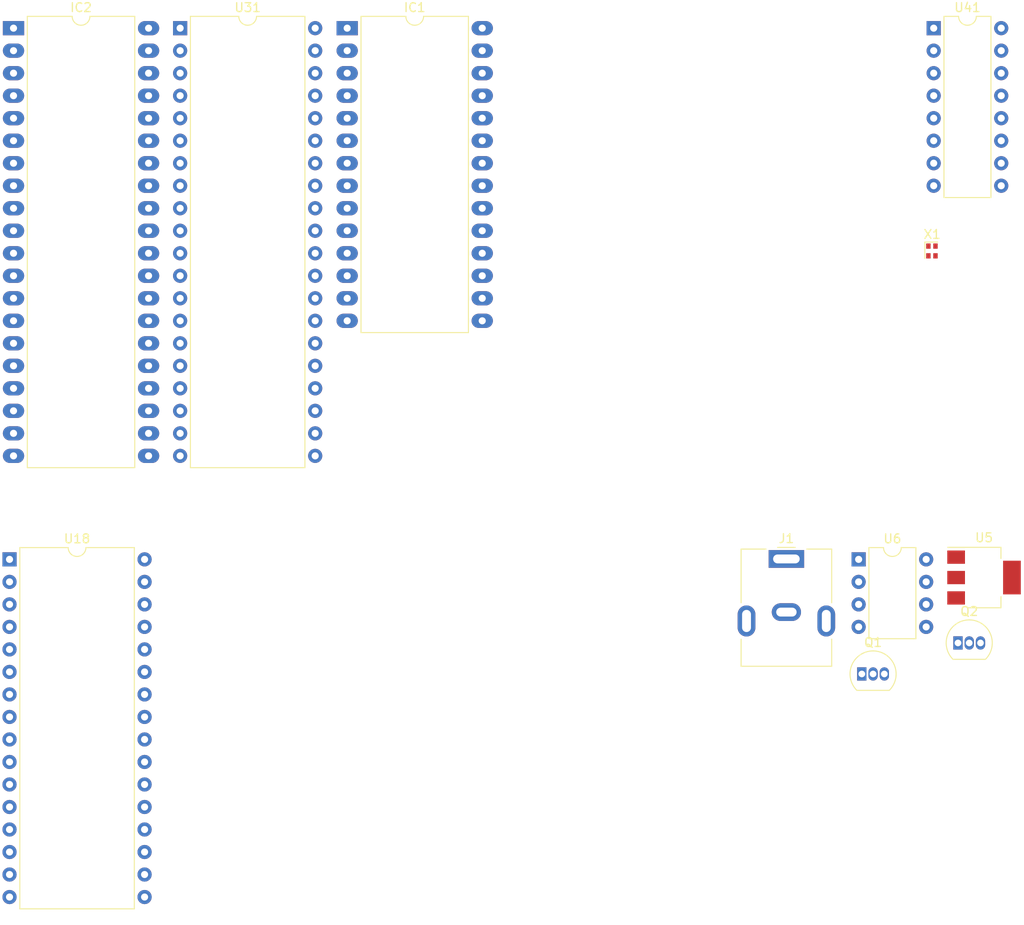
<source format=kicad_pcb>
(kicad_pcb (version 20171130) (host pcbnew 5.99.0+really5.1.10+dfsg1-1)

  (general
    (thickness 1.6)
    (drawings 0)
    (tracks 0)
    (zones 0)
    (modules 11)
    (nets 140)
  )

  (page A4)
  (layers
    (0 F.Cu signal)
    (31 B.Cu signal)
    (32 B.Adhes user)
    (33 F.Adhes user)
    (34 B.Paste user)
    (35 F.Paste user)
    (36 B.SilkS user)
    (37 F.SilkS user)
    (38 B.Mask user)
    (39 F.Mask user)
    (40 Dwgs.User user)
    (41 Cmts.User user)
    (42 Eco1.User user)
    (43 Eco2.User user)
    (44 Edge.Cuts user)
    (45 Margin user)
    (46 B.CrtYd user)
    (47 F.CrtYd user)
    (48 B.Fab user)
    (49 F.Fab user)
  )

  (setup
    (last_trace_width 0.25)
    (trace_clearance 0.2)
    (zone_clearance 0.508)
    (zone_45_only no)
    (trace_min 0.2)
    (via_size 0.8)
    (via_drill 0.4)
    (via_min_size 0.4)
    (via_min_drill 0.3)
    (uvia_size 0.3)
    (uvia_drill 0.1)
    (uvias_allowed no)
    (uvia_min_size 0.2)
    (uvia_min_drill 0.1)
    (edge_width 0.05)
    (segment_width 0.2)
    (pcb_text_width 0.3)
    (pcb_text_size 1.5 1.5)
    (mod_edge_width 0.12)
    (mod_text_size 1 1)
    (mod_text_width 0.15)
    (pad_size 1.524 1.524)
    (pad_drill 0.762)
    (pad_to_mask_clearance 0)
    (aux_axis_origin 0 0)
    (visible_elements FFFFFF7F)
    (pcbplotparams
      (layerselection 0x010fc_ffffffff)
      (usegerberextensions false)
      (usegerberattributes true)
      (usegerberadvancedattributes true)
      (creategerberjobfile true)
      (excludeedgelayer true)
      (linewidth 0.100000)
      (plotframeref false)
      (viasonmask false)
      (mode 1)
      (useauxorigin false)
      (hpglpennumber 1)
      (hpglpenspeed 20)
      (hpglpendiameter 15.000000)
      (psnegative false)
      (psa4output false)
      (plotreference true)
      (plotvalue true)
      (plotinvisibletext false)
      (padsonsilk false)
      (subtractmaskfromsilk false)
      (outputformat 1)
      (mirror false)
      (drillshape 1)
      (scaleselection 1)
      (outputdirectory ""))
  )

  (net 0 "")
  (net 1 /IO1/D3)
  (net 2 !M1)
  (net 3 /IO1/D2)
  (net 4 +5VA)
  (net 5 /IO1/D1)
  (net 6 !INT)
  (net 7 /IO1/D0)
  (net 8 "Net-(IC1-Pad11)")
  (net 9 "Net-(IC1-Pad24)")
  (net 10 !IOREQ)
  (net 11 CLK_CTC)
  (net 12 "Net-(IC1-Pad20)")
  (net 13 "Net-(IC1-Pad8)")
  (net 14 "Net-(IC1-Pad21)")
  (net 15 !RD)
  (net 16 /IO1/A1)
  (net 17 "Net-(IC1-Pad5)")
  (net 18 /IO1/A0)
  (net 19 /IO1/D7)
  (net 20 !RESET)
  (net 21 /IO1/D6)
  (net 22 IO_CTC_CS)
  (net 23 /IO1/D5)
  (net 24 CLK_CPU)
  (net 25 /IO1/D4)
  (net 26 "Net-(IC2-Pad19)")
  (net 27 /IO1/A-CTS)
  (net 28 /IO1/A-RTS)
  (net 29 "Net-(IC2-Pad16)")
  (net 30 IO_SIO_CS)
  (net 31 /IO1/A-TX)
  (net 32 /IO1/A-RX)
  (net 33 "Net-(IC2-Pad31)")
  (net 34 "Net-(IC2-Pad11)")
  (net 35 "Net-(IC2-Pad30)")
  (net 36 "Net-(IC2-Pad10)")
  (net 37 "Net-(IC2-Pad29)")
  (net 38 "Net-(IC2-Pad9)")
  (net 39 /IO1/B-RX)
  (net 40 "Net-(IC2-Pad7)")
  (net 41 /IO1/B-TX)
  (net 42 "Net-(IC2-Pad6)")
  (net 43 "Net-(IC2-Pad25)")
  (net 44 /IO1/B-RTS)
  (net 45 /IO1/B-CTS)
  (net 46 "Net-(IC2-Pad22)")
  (net 47 "Net-(J1-Pad2)")
  (net 48 "Net-(J1-Pad1)")
  (net 49 RESET)
  (net 50 GND)
  (net 51 "Net-(220R1-Pad1)")
  (net 52 "Net-(220R2-Pad1)")
  (net 53 +5V)
  (net 54 +3V3)
  (net 55 "Net-(U6-Pad7)")
  (net 56 "Net-(220R2-Pad2)")
  (net 57 "Net-(R3-Pad2)")
  (net 58 "Net-(U6-Pad5)")
  (net 59 "Net-(U18-Pad32)")
  (net 60 "Net-(U18-Pad16)")
  (net 61 "Net-(U17-Pad9)")
  (net 62 /CPU/D2)
  (net 63 "Net-(U17-Pad6)")
  (net 64 /CPU/D1)
  (net 65 !WR)
  (net 66 /CPU/D0)
  (net 67 /CPU/A13)
  (net 68 /CPU/A0)
  (net 69 /CPU/A8)
  (net 70 /CPU/A1)
  (net 71 /CPU/A9)
  (net 72 /CPU/A2)
  (net 73 /CPU/A11)
  (net 74 /CPU/A3)
  (net 75 /CPU/A4)
  (net 76 /CPU/A10)
  (net 77 /CPU/A5)
  (net 78 "Net-(U18-Pad22)")
  (net 79 /CPU/A6)
  (net 80 /CPU/D7)
  (net 81 /CPU/A7)
  (net 82 /CPU/D6)
  (net 83 /CPU/A12)
  (net 84 /CPU/D5)
  (net 85 "Net-(U17-Pad10)")
  (net 86 /CPU/D4)
  (net 87 "Net-(U17-Pad7)")
  (net 88 /CPU/D3)
  (net 89 "Net-(U18-Pad1)")
  (net 90 "Net-(U31-Pad40)")
  (net 91 "Net-(U31-Pad20)")
  (net 92 "Net-(U31-Pad39)")
  (net 93 "Net-(U31-Pad19)")
  (net 94 "Net-(U31-Pad38)")
  (net 95 "Net-(U31-Pad18)")
  (net 96 "Net-(U31-Pad17)")
  (net 97 "Net-(U31-Pad16)")
  (net 98 /IO1/DATA0)
  (net 99 "Net-(U31-Pad34)")
  (net 100 /IO1/DATA1)
  (net 101 "Net-(U31-Pad33)")
  (net 102 /IO1/DATA2)
  (net 103 /IO1/SENABLE)
  (net 104 /IO1/DATA3)
  (net 105 /IO1/SCLK)
  (net 106 "Net-(U31-Pad11)")
  (net 107 /IO1/SDATA)
  (net 108 /IO1/DATA5)
  (net 109 /IO1/CLEAR)
  (net 110 /IO1/DATA6)
  (net 111 /IO1/STOP)
  (net 112 "Net-(U31-Pad8)")
  (net 113 /IO1/PARITY)
  (net 114 /IO1/DATA7)
  (net 115 "Net-(U31-Pad26)")
  (net 116 "Net-(U31-Pad24)")
  (net 117 IO_PS2_CS)
  (net 118 "Net-(U31-Pad3)")
  (net 119 "Net-(U31-Pad22)")
  (net 120 "Net-(U31-Pad2)")
  (net 121 "Net-(U31-Pad21)")
  (net 122 "Net-(U31-Pad1)")
  (net 123 "Net-(U41-Pad16)")
  (net 124 "Net-(U41-Pad8)")
  (net 125 /Sound/D3)
  (net 126 "Net-(U41-Pad7)")
  (net 127 "Net-(U41-Pad14)")
  (net 128 CS_SN)
  (net 129 /Sound/D4)
  (net 130 /Sound/D5)
  (net 131 "Net-(U41-Pad4)")
  (net 132 /Sound/D6)
  (net 133 /Sound/D0)
  (net 134 /Sound/D7)
  (net 135 /Sound/D1)
  (net 136 "Net-(U41-Pad9)")
  (net 137 /Sound/D2)
  (net 138 "Net-(U2-Pad11)")
  (net 139 "Net-(X1-Pad1)")

  (net_class Default "This is the default net class."
    (clearance 0.2)
    (trace_width 0.25)
    (via_dia 0.8)
    (via_drill 0.4)
    (uvia_dia 0.3)
    (uvia_drill 0.1)
    (add_net !INT)
    (add_net !IOREQ)
    (add_net !M1)
    (add_net !RD)
    (add_net !RESET)
    (add_net !WR)
    (add_net +3V3)
    (add_net +5V)
    (add_net +5VA)
    (add_net /CPU/A0)
    (add_net /CPU/A1)
    (add_net /CPU/A10)
    (add_net /CPU/A11)
    (add_net /CPU/A12)
    (add_net /CPU/A13)
    (add_net /CPU/A2)
    (add_net /CPU/A3)
    (add_net /CPU/A4)
    (add_net /CPU/A5)
    (add_net /CPU/A6)
    (add_net /CPU/A7)
    (add_net /CPU/A8)
    (add_net /CPU/A9)
    (add_net /CPU/D0)
    (add_net /CPU/D1)
    (add_net /CPU/D2)
    (add_net /CPU/D3)
    (add_net /CPU/D4)
    (add_net /CPU/D5)
    (add_net /CPU/D6)
    (add_net /CPU/D7)
    (add_net /IO1/A-CTS)
    (add_net /IO1/A-RTS)
    (add_net /IO1/A-RX)
    (add_net /IO1/A-TX)
    (add_net /IO1/A0)
    (add_net /IO1/A1)
    (add_net /IO1/B-CTS)
    (add_net /IO1/B-RTS)
    (add_net /IO1/B-RX)
    (add_net /IO1/B-TX)
    (add_net /IO1/CLEAR)
    (add_net /IO1/D0)
    (add_net /IO1/D1)
    (add_net /IO1/D2)
    (add_net /IO1/D3)
    (add_net /IO1/D4)
    (add_net /IO1/D5)
    (add_net /IO1/D6)
    (add_net /IO1/D7)
    (add_net /IO1/DATA0)
    (add_net /IO1/DATA1)
    (add_net /IO1/DATA2)
    (add_net /IO1/DATA3)
    (add_net /IO1/DATA5)
    (add_net /IO1/DATA6)
    (add_net /IO1/DATA7)
    (add_net /IO1/PARITY)
    (add_net /IO1/SCLK)
    (add_net /IO1/SDATA)
    (add_net /IO1/SENABLE)
    (add_net /IO1/STOP)
    (add_net /Sound/D0)
    (add_net /Sound/D1)
    (add_net /Sound/D2)
    (add_net /Sound/D3)
    (add_net /Sound/D4)
    (add_net /Sound/D5)
    (add_net /Sound/D6)
    (add_net /Sound/D7)
    (add_net CLK_CPU)
    (add_net CLK_CTC)
    (add_net CS_SN)
    (add_net GND)
    (add_net IO_CTC_CS)
    (add_net IO_PS2_CS)
    (add_net IO_SIO_CS)
    (add_net "Net-(220R1-Pad1)")
    (add_net "Net-(220R2-Pad1)")
    (add_net "Net-(220R2-Pad2)")
    (add_net "Net-(IC1-Pad11)")
    (add_net "Net-(IC1-Pad20)")
    (add_net "Net-(IC1-Pad21)")
    (add_net "Net-(IC1-Pad24)")
    (add_net "Net-(IC1-Pad5)")
    (add_net "Net-(IC1-Pad8)")
    (add_net "Net-(IC2-Pad10)")
    (add_net "Net-(IC2-Pad11)")
    (add_net "Net-(IC2-Pad16)")
    (add_net "Net-(IC2-Pad19)")
    (add_net "Net-(IC2-Pad22)")
    (add_net "Net-(IC2-Pad25)")
    (add_net "Net-(IC2-Pad29)")
    (add_net "Net-(IC2-Pad30)")
    (add_net "Net-(IC2-Pad31)")
    (add_net "Net-(IC2-Pad6)")
    (add_net "Net-(IC2-Pad7)")
    (add_net "Net-(IC2-Pad9)")
    (add_net "Net-(J1-Pad1)")
    (add_net "Net-(J1-Pad2)")
    (add_net "Net-(R3-Pad2)")
    (add_net "Net-(U17-Pad10)")
    (add_net "Net-(U17-Pad6)")
    (add_net "Net-(U17-Pad7)")
    (add_net "Net-(U17-Pad9)")
    (add_net "Net-(U18-Pad1)")
    (add_net "Net-(U18-Pad16)")
    (add_net "Net-(U18-Pad22)")
    (add_net "Net-(U18-Pad32)")
    (add_net "Net-(U2-Pad11)")
    (add_net "Net-(U31-Pad1)")
    (add_net "Net-(U31-Pad11)")
    (add_net "Net-(U31-Pad16)")
    (add_net "Net-(U31-Pad17)")
    (add_net "Net-(U31-Pad18)")
    (add_net "Net-(U31-Pad19)")
    (add_net "Net-(U31-Pad2)")
    (add_net "Net-(U31-Pad20)")
    (add_net "Net-(U31-Pad21)")
    (add_net "Net-(U31-Pad22)")
    (add_net "Net-(U31-Pad24)")
    (add_net "Net-(U31-Pad26)")
    (add_net "Net-(U31-Pad3)")
    (add_net "Net-(U31-Pad33)")
    (add_net "Net-(U31-Pad34)")
    (add_net "Net-(U31-Pad38)")
    (add_net "Net-(U31-Pad39)")
    (add_net "Net-(U31-Pad40)")
    (add_net "Net-(U31-Pad8)")
    (add_net "Net-(U41-Pad14)")
    (add_net "Net-(U41-Pad16)")
    (add_net "Net-(U41-Pad4)")
    (add_net "Net-(U41-Pad7)")
    (add_net "Net-(U41-Pad8)")
    (add_net "Net-(U41-Pad9)")
    (add_net "Net-(U6-Pad5)")
    (add_net "Net-(U6-Pad7)")
    (add_net "Net-(X1-Pad1)")
    (add_net RESET)
  )

  (module Oscillator:Oscillator_SMD_Abracon_ASCO-4Pin_1.6x1.2mm (layer F.Cu) (tedit 5C3113A4) (tstamp 6212A590)
    (at 158.69 55.62)
    (descr "Miniature Crystal Clock Oscillator Abracon ASCO series, https://abracon.com/Oscillators/ASCO.pdf, 1.6x1.2mm^2 package")
    (tags "SMD SMT crystal oscillator")
    (path /620ED227/62107221)
    (attr smd)
    (fp_text reference X1 (at 0.025 -1.875) (layer F.SilkS)
      (effects (font (size 1 1) (thickness 0.15)))
    )
    (fp_text value 20MHz (at 0 1.95) (layer F.Fab)
      (effects (font (size 1 1) (thickness 0.15)))
    )
    (fp_text user %R (at 0 0 270) (layer F.Fab)
      (effects (font (size 0.35 0.35) (thickness 0.05)))
    )
    (fp_line (start 0.6 -0.8) (end 0.6 0.8) (layer F.Fab) (width 0.1))
    (fp_line (start 0.6 0.8) (end -0.6 0.8) (layer F.Fab) (width 0.1))
    (fp_line (start -0.6 0.8) (end -0.6 -0.5) (layer F.Fab) (width 0.1))
    (fp_line (start -0.3 -0.8) (end 0.6 -0.8) (layer F.Fab) (width 0.1))
    (fp_line (start 0.65 -1) (end -0.8 -1) (layer F.SilkS) (width 0.12))
    (fp_line (start -0.8 -1) (end -0.8 0.85) (layer F.SilkS) (width 0.12))
    (fp_line (start 0.9 -1.1) (end -0.9 -1.1) (layer F.CrtYd) (width 0.05))
    (fp_line (start -0.9 -1.1) (end -0.9 1.1) (layer F.CrtYd) (width 0.05))
    (fp_line (start -0.9 1.1) (end 0.9 1.1) (layer F.CrtYd) (width 0.05))
    (fp_line (start 0.9 1.1) (end 0.9 -1.1) (layer F.CrtYd) (width 0.05))
    (fp_line (start -0.3 -0.8) (end -0.6 -0.5) (layer F.Fab) (width 0.1))
    (pad 4 smd rect (at 0.4 -0.55) (size 0.5 0.6) (layers F.Cu F.Paste F.Mask)
      (net 53 +5V))
    (pad 3 smd rect (at 0.4 0.55) (size 0.5 0.6) (layers F.Cu F.Paste F.Mask)
      (net 138 "Net-(U2-Pad11)"))
    (pad 2 smd rect (at -0.4 0.55) (size 0.5 0.6) (layers F.Cu F.Paste F.Mask)
      (net 50 GND))
    (pad 1 smd rect (at -0.4 -0.55) (size 0.5 0.6) (layers F.Cu F.Paste F.Mask)
      (net 139 "Net-(X1-Pad1)"))
    (model ${KISYS3DMOD}/Oscillator.3dshapes/Oscillator_SMD_Abracon_ASCO-4Pin_1.6x1.2mm.wrl
      (at (xyz 0 0 0))
      (scale (xyz 1 1 1))
      (rotate (xyz 0 0 0))
    )
  )

  (module Package_DIP:DIP-16_W7.62mm (layer F.Cu) (tedit 5A02E8C5) (tstamp 6212A57C)
    (at 158.89 30.48)
    (descr "16-lead though-hole mounted DIP package, row spacing 7.62 mm (300 mils)")
    (tags "THT DIP DIL PDIP 2.54mm 7.62mm 300mil")
    (path /62109D9B/62123F49)
    (fp_text reference U41 (at 3.81 -2.33) (layer F.SilkS)
      (effects (font (size 1 1) (thickness 0.15)))
    )
    (fp_text value SN76489AN (at 3.81 20.11) (layer F.Fab)
      (effects (font (size 1 1) (thickness 0.15)))
    )
    (fp_text user %R (at 3.81 8.89) (layer F.Fab)
      (effects (font (size 1 1) (thickness 0.15)))
    )
    (fp_arc (start 3.81 -1.33) (end 2.81 -1.33) (angle -180) (layer F.SilkS) (width 0.12))
    (fp_line (start 1.635 -1.27) (end 6.985 -1.27) (layer F.Fab) (width 0.1))
    (fp_line (start 6.985 -1.27) (end 6.985 19.05) (layer F.Fab) (width 0.1))
    (fp_line (start 6.985 19.05) (end 0.635 19.05) (layer F.Fab) (width 0.1))
    (fp_line (start 0.635 19.05) (end 0.635 -0.27) (layer F.Fab) (width 0.1))
    (fp_line (start 0.635 -0.27) (end 1.635 -1.27) (layer F.Fab) (width 0.1))
    (fp_line (start 2.81 -1.33) (end 1.16 -1.33) (layer F.SilkS) (width 0.12))
    (fp_line (start 1.16 -1.33) (end 1.16 19.11) (layer F.SilkS) (width 0.12))
    (fp_line (start 1.16 19.11) (end 6.46 19.11) (layer F.SilkS) (width 0.12))
    (fp_line (start 6.46 19.11) (end 6.46 -1.33) (layer F.SilkS) (width 0.12))
    (fp_line (start 6.46 -1.33) (end 4.81 -1.33) (layer F.SilkS) (width 0.12))
    (fp_line (start -1.1 -1.55) (end -1.1 19.3) (layer F.CrtYd) (width 0.05))
    (fp_line (start -1.1 19.3) (end 8.7 19.3) (layer F.CrtYd) (width 0.05))
    (fp_line (start 8.7 19.3) (end 8.7 -1.55) (layer F.CrtYd) (width 0.05))
    (fp_line (start 8.7 -1.55) (end -1.1 -1.55) (layer F.CrtYd) (width 0.05))
    (pad 16 thru_hole oval (at 7.62 0) (size 1.6 1.6) (drill 0.8) (layers *.Cu *.Mask)
      (net 123 "Net-(U41-Pad16)"))
    (pad 8 thru_hole oval (at 0 17.78) (size 1.6 1.6) (drill 0.8) (layers *.Cu *.Mask)
      (net 124 "Net-(U41-Pad8)"))
    (pad 15 thru_hole oval (at 7.62 2.54) (size 1.6 1.6) (drill 0.8) (layers *.Cu *.Mask)
      (net 125 /Sound/D3))
    (pad 7 thru_hole oval (at 0 15.24) (size 1.6 1.6) (drill 0.8) (layers *.Cu *.Mask)
      (net 126 "Net-(U41-Pad7)"))
    (pad 14 thru_hole oval (at 7.62 5.08) (size 1.6 1.6) (drill 0.8) (layers *.Cu *.Mask)
      (net 127 "Net-(U41-Pad14)"))
    (pad 6 thru_hole oval (at 0 12.7) (size 1.6 1.6) (drill 0.8) (layers *.Cu *.Mask)
      (net 128 CS_SN))
    (pad 13 thru_hole oval (at 7.62 7.62) (size 1.6 1.6) (drill 0.8) (layers *.Cu *.Mask)
      (net 129 /Sound/D4))
    (pad 5 thru_hole oval (at 0 10.16) (size 1.6 1.6) (drill 0.8) (layers *.Cu *.Mask)
      (net 65 !WR))
    (pad 12 thru_hole oval (at 7.62 10.16) (size 1.6 1.6) (drill 0.8) (layers *.Cu *.Mask)
      (net 130 /Sound/D5))
    (pad 4 thru_hole oval (at 0 7.62) (size 1.6 1.6) (drill 0.8) (layers *.Cu *.Mask)
      (net 131 "Net-(U41-Pad4)"))
    (pad 11 thru_hole oval (at 7.62 12.7) (size 1.6 1.6) (drill 0.8) (layers *.Cu *.Mask)
      (net 132 /Sound/D6))
    (pad 3 thru_hole oval (at 0 5.08) (size 1.6 1.6) (drill 0.8) (layers *.Cu *.Mask)
      (net 133 /Sound/D0))
    (pad 10 thru_hole oval (at 7.62 15.24) (size 1.6 1.6) (drill 0.8) (layers *.Cu *.Mask)
      (net 134 /Sound/D7))
    (pad 2 thru_hole oval (at 0 2.54) (size 1.6 1.6) (drill 0.8) (layers *.Cu *.Mask)
      (net 135 /Sound/D1))
    (pad 9 thru_hole oval (at 7.62 17.78) (size 1.6 1.6) (drill 0.8) (layers *.Cu *.Mask)
      (net 136 "Net-(U41-Pad9)"))
    (pad 1 thru_hole rect (at 0 0) (size 1.6 1.6) (drill 0.8) (layers *.Cu *.Mask)
      (net 137 /Sound/D2))
    (model ${KISYS3DMOD}/Package_DIP.3dshapes/DIP-16_W7.62mm.wrl
      (at (xyz 0 0 0))
      (scale (xyz 1 1 1))
      (rotate (xyz 0 0 0))
    )
  )

  (module Package_DIP:DIP-40_W15.24mm (layer F.Cu) (tedit 5A02E8C5) (tstamp 6212A558)
    (at 73.86 30.48)
    (descr "40-lead though-hole mounted DIP package, row spacing 15.24 mm (600 mils)")
    (tags "THT DIP DIL PDIP 2.54mm 15.24mm 600mil")
    (path /622409DC/62FD1581)
    (fp_text reference U31 (at 7.62 -2.33) (layer F.SilkS)
      (effects (font (size 1 1) (thickness 0.15)))
    )
    (fp_text value PIO-DIP-40 (at 7.62 50.59) (layer F.Fab)
      (effects (font (size 1 1) (thickness 0.15)))
    )
    (fp_text user %R (at 7.62 24.13) (layer F.Fab)
      (effects (font (size 1 1) (thickness 0.15)))
    )
    (fp_arc (start 7.62 -1.33) (end 6.62 -1.33) (angle -180) (layer F.SilkS) (width 0.12))
    (fp_line (start 1.255 -1.27) (end 14.985 -1.27) (layer F.Fab) (width 0.1))
    (fp_line (start 14.985 -1.27) (end 14.985 49.53) (layer F.Fab) (width 0.1))
    (fp_line (start 14.985 49.53) (end 0.255 49.53) (layer F.Fab) (width 0.1))
    (fp_line (start 0.255 49.53) (end 0.255 -0.27) (layer F.Fab) (width 0.1))
    (fp_line (start 0.255 -0.27) (end 1.255 -1.27) (layer F.Fab) (width 0.1))
    (fp_line (start 6.62 -1.33) (end 1.16 -1.33) (layer F.SilkS) (width 0.12))
    (fp_line (start 1.16 -1.33) (end 1.16 49.59) (layer F.SilkS) (width 0.12))
    (fp_line (start 1.16 49.59) (end 14.08 49.59) (layer F.SilkS) (width 0.12))
    (fp_line (start 14.08 49.59) (end 14.08 -1.33) (layer F.SilkS) (width 0.12))
    (fp_line (start 14.08 -1.33) (end 8.62 -1.33) (layer F.SilkS) (width 0.12))
    (fp_line (start -1.05 -1.55) (end -1.05 49.8) (layer F.CrtYd) (width 0.05))
    (fp_line (start -1.05 49.8) (end 16.3 49.8) (layer F.CrtYd) (width 0.05))
    (fp_line (start 16.3 49.8) (end 16.3 -1.55) (layer F.CrtYd) (width 0.05))
    (fp_line (start 16.3 -1.55) (end -1.05 -1.55) (layer F.CrtYd) (width 0.05))
    (pad 40 thru_hole oval (at 15.24 0) (size 1.6 1.6) (drill 0.8) (layers *.Cu *.Mask)
      (net 90 "Net-(U31-Pad40)"))
    (pad 20 thru_hole oval (at 0 48.26) (size 1.6 1.6) (drill 0.8) (layers *.Cu *.Mask)
      (net 91 "Net-(U31-Pad20)"))
    (pad 39 thru_hole oval (at 15.24 2.54) (size 1.6 1.6) (drill 0.8) (layers *.Cu *.Mask)
      (net 92 "Net-(U31-Pad39)"))
    (pad 19 thru_hole oval (at 0 45.72) (size 1.6 1.6) (drill 0.8) (layers *.Cu *.Mask)
      (net 93 "Net-(U31-Pad19)"))
    (pad 38 thru_hole oval (at 15.24 5.08) (size 1.6 1.6) (drill 0.8) (layers *.Cu *.Mask)
      (net 94 "Net-(U31-Pad38)"))
    (pad 18 thru_hole oval (at 0 43.18) (size 1.6 1.6) (drill 0.8) (layers *.Cu *.Mask)
      (net 95 "Net-(U31-Pad18)"))
    (pad 37 thru_hole oval (at 15.24 7.62) (size 1.6 1.6) (drill 0.8) (layers *.Cu *.Mask)
      (net 2 !M1))
    (pad 17 thru_hole oval (at 0 40.64) (size 1.6 1.6) (drill 0.8) (layers *.Cu *.Mask)
      (net 96 "Net-(U31-Pad17)"))
    (pad 36 thru_hole oval (at 15.24 10.16) (size 1.6 1.6) (drill 0.8) (layers *.Cu *.Mask)
      (net 10 !IOREQ))
    (pad 16 thru_hole oval (at 0 38.1) (size 1.6 1.6) (drill 0.8) (layers *.Cu *.Mask)
      (net 97 "Net-(U31-Pad16)"))
    (pad 35 thru_hole oval (at 15.24 12.7) (size 1.6 1.6) (drill 0.8) (layers *.Cu *.Mask)
      (net 15 !RD))
    (pad 15 thru_hole oval (at 0 35.56) (size 1.6 1.6) (drill 0.8) (layers *.Cu *.Mask)
      (net 98 /IO1/DATA0))
    (pad 34 thru_hole oval (at 15.24 15.24) (size 1.6 1.6) (drill 0.8) (layers *.Cu *.Mask)
      (net 99 "Net-(U31-Pad34)"))
    (pad 14 thru_hole oval (at 0 33.02) (size 1.6 1.6) (drill 0.8) (layers *.Cu *.Mask)
      (net 100 /IO1/DATA1))
    (pad 33 thru_hole oval (at 15.24 17.78) (size 1.6 1.6) (drill 0.8) (layers *.Cu *.Mask)
      (net 101 "Net-(U31-Pad33)"))
    (pad 13 thru_hole oval (at 0 30.48) (size 1.6 1.6) (drill 0.8) (layers *.Cu *.Mask)
      (net 102 /IO1/DATA2))
    (pad 32 thru_hole oval (at 15.24 20.32) (size 1.6 1.6) (drill 0.8) (layers *.Cu *.Mask)
      (net 103 /IO1/SENABLE))
    (pad 12 thru_hole oval (at 0 27.94) (size 1.6 1.6) (drill 0.8) (layers *.Cu *.Mask)
      (net 104 /IO1/DATA3))
    (pad 31 thru_hole oval (at 15.24 22.86) (size 1.6 1.6) (drill 0.8) (layers *.Cu *.Mask)
      (net 105 /IO1/SCLK))
    (pad 11 thru_hole oval (at 0 25.4) (size 1.6 1.6) (drill 0.8) (layers *.Cu *.Mask)
      (net 106 "Net-(U31-Pad11)"))
    (pad 30 thru_hole oval (at 15.24 25.4) (size 1.6 1.6) (drill 0.8) (layers *.Cu *.Mask)
      (net 107 /IO1/SDATA))
    (pad 10 thru_hole oval (at 0 22.86) (size 1.6 1.6) (drill 0.8) (layers *.Cu *.Mask)
      (net 108 /IO1/DATA5))
    (pad 29 thru_hole oval (at 15.24 27.94) (size 1.6 1.6) (drill 0.8) (layers *.Cu *.Mask)
      (net 109 /IO1/CLEAR))
    (pad 9 thru_hole oval (at 0 20.32) (size 1.6 1.6) (drill 0.8) (layers *.Cu *.Mask)
      (net 110 /IO1/DATA6))
    (pad 28 thru_hole oval (at 15.24 30.48) (size 1.6 1.6) (drill 0.8) (layers *.Cu *.Mask)
      (net 111 /IO1/STOP))
    (pad 8 thru_hole oval (at 0 17.78) (size 1.6 1.6) (drill 0.8) (layers *.Cu *.Mask)
      (net 112 "Net-(U31-Pad8)"))
    (pad 27 thru_hole oval (at 15.24 33.02) (size 1.6 1.6) (drill 0.8) (layers *.Cu *.Mask)
      (net 113 /IO1/PARITY))
    (pad 7 thru_hole oval (at 0 15.24) (size 1.6 1.6) (drill 0.8) (layers *.Cu *.Mask)
      (net 114 /IO1/DATA7))
    (pad 26 thru_hole oval (at 15.24 35.56) (size 1.6 1.6) (drill 0.8) (layers *.Cu *.Mask)
      (net 115 "Net-(U31-Pad26)"))
    (pad 6 thru_hole oval (at 0 12.7) (size 1.6 1.6) (drill 0.8) (layers *.Cu *.Mask)
      (net 16 /IO1/A1))
    (pad 25 thru_hole oval (at 15.24 38.1) (size 1.6 1.6) (drill 0.8) (layers *.Cu *.Mask)
      (net 24 CLK_CPU))
    (pad 5 thru_hole oval (at 0 10.16) (size 1.6 1.6) (drill 0.8) (layers *.Cu *.Mask)
      (net 18 /IO1/A0))
    (pad 24 thru_hole oval (at 15.24 40.64) (size 1.6 1.6) (drill 0.8) (layers *.Cu *.Mask)
      (net 116 "Net-(U31-Pad24)"))
    (pad 4 thru_hole oval (at 0 7.62) (size 1.6 1.6) (drill 0.8) (layers *.Cu *.Mask)
      (net 117 IO_PS2_CS))
    (pad 23 thru_hole oval (at 15.24 43.18) (size 1.6 1.6) (drill 0.8) (layers *.Cu *.Mask)
      (net 6 !INT))
    (pad 3 thru_hole oval (at 0 5.08) (size 1.6 1.6) (drill 0.8) (layers *.Cu *.Mask)
      (net 118 "Net-(U31-Pad3)"))
    (pad 22 thru_hole oval (at 15.24 45.72) (size 1.6 1.6) (drill 0.8) (layers *.Cu *.Mask)
      (net 119 "Net-(U31-Pad22)"))
    (pad 2 thru_hole oval (at 0 2.54) (size 1.6 1.6) (drill 0.8) (layers *.Cu *.Mask)
      (net 120 "Net-(U31-Pad2)"))
    (pad 21 thru_hole oval (at 15.24 48.26) (size 1.6 1.6) (drill 0.8) (layers *.Cu *.Mask)
      (net 121 "Net-(U31-Pad21)"))
    (pad 1 thru_hole rect (at 0 0) (size 1.6 1.6) (drill 0.8) (layers *.Cu *.Mask)
      (net 122 "Net-(U31-Pad1)"))
    (model ${KISYS3DMOD}/Package_DIP.3dshapes/DIP-40_W15.24mm.wrl
      (at (xyz 0 0 0))
      (scale (xyz 1 1 1))
      (rotate (xyz 0 0 0))
    )
  )

  (module Package_DIP:DIP-32_W15.24mm (layer F.Cu) (tedit 5A02E8C5) (tstamp 6212A51C)
    (at 54.61 90.42)
    (descr "32-lead though-hole mounted DIP package, row spacing 15.24 mm (600 mils)")
    (tags "THT DIP DIL PDIP 2.54mm 15.24mm 600mil")
    (path /620F0305/6214B011)
    (fp_text reference U18 (at 7.62 -2.33) (layer F.SilkS)
      (effects (font (size 1 1) (thickness 0.15)))
    )
    (fp_text value AS6C4008-55PCN (at 7.62 40.43) (layer F.Fab)
      (effects (font (size 1 1) (thickness 0.15)))
    )
    (fp_text user %R (at 7.62 19.05) (layer F.Fab)
      (effects (font (size 1 1) (thickness 0.15)))
    )
    (fp_arc (start 7.62 -1.33) (end 6.62 -1.33) (angle -180) (layer F.SilkS) (width 0.12))
    (fp_line (start 1.255 -1.27) (end 14.985 -1.27) (layer F.Fab) (width 0.1))
    (fp_line (start 14.985 -1.27) (end 14.985 39.37) (layer F.Fab) (width 0.1))
    (fp_line (start 14.985 39.37) (end 0.255 39.37) (layer F.Fab) (width 0.1))
    (fp_line (start 0.255 39.37) (end 0.255 -0.27) (layer F.Fab) (width 0.1))
    (fp_line (start 0.255 -0.27) (end 1.255 -1.27) (layer F.Fab) (width 0.1))
    (fp_line (start 6.62 -1.33) (end 1.16 -1.33) (layer F.SilkS) (width 0.12))
    (fp_line (start 1.16 -1.33) (end 1.16 39.43) (layer F.SilkS) (width 0.12))
    (fp_line (start 1.16 39.43) (end 14.08 39.43) (layer F.SilkS) (width 0.12))
    (fp_line (start 14.08 39.43) (end 14.08 -1.33) (layer F.SilkS) (width 0.12))
    (fp_line (start 14.08 -1.33) (end 8.62 -1.33) (layer F.SilkS) (width 0.12))
    (fp_line (start -1.05 -1.55) (end -1.05 39.65) (layer F.CrtYd) (width 0.05))
    (fp_line (start -1.05 39.65) (end 16.3 39.65) (layer F.CrtYd) (width 0.05))
    (fp_line (start 16.3 39.65) (end 16.3 -1.55) (layer F.CrtYd) (width 0.05))
    (fp_line (start 16.3 -1.55) (end -1.05 -1.55) (layer F.CrtYd) (width 0.05))
    (pad 32 thru_hole oval (at 15.24 0) (size 1.6 1.6) (drill 0.8) (layers *.Cu *.Mask)
      (net 59 "Net-(U18-Pad32)"))
    (pad 16 thru_hole oval (at 0 38.1) (size 1.6 1.6) (drill 0.8) (layers *.Cu *.Mask)
      (net 60 "Net-(U18-Pad16)"))
    (pad 31 thru_hole oval (at 15.24 2.54) (size 1.6 1.6) (drill 0.8) (layers *.Cu *.Mask)
      (net 61 "Net-(U17-Pad9)"))
    (pad 15 thru_hole oval (at 0 35.56) (size 1.6 1.6) (drill 0.8) (layers *.Cu *.Mask)
      (net 62 /CPU/D2))
    (pad 30 thru_hole oval (at 15.24 5.08) (size 1.6 1.6) (drill 0.8) (layers *.Cu *.Mask)
      (net 63 "Net-(U17-Pad6)"))
    (pad 14 thru_hole oval (at 0 33.02) (size 1.6 1.6) (drill 0.8) (layers *.Cu *.Mask)
      (net 64 /CPU/D1))
    (pad 29 thru_hole oval (at 15.24 7.62) (size 1.6 1.6) (drill 0.8) (layers *.Cu *.Mask)
      (net 65 !WR))
    (pad 13 thru_hole oval (at 0 30.48) (size 1.6 1.6) (drill 0.8) (layers *.Cu *.Mask)
      (net 66 /CPU/D0))
    (pad 28 thru_hole oval (at 15.24 10.16) (size 1.6 1.6) (drill 0.8) (layers *.Cu *.Mask)
      (net 67 /CPU/A13))
    (pad 12 thru_hole oval (at 0 27.94) (size 1.6 1.6) (drill 0.8) (layers *.Cu *.Mask)
      (net 68 /CPU/A0))
    (pad 27 thru_hole oval (at 15.24 12.7) (size 1.6 1.6) (drill 0.8) (layers *.Cu *.Mask)
      (net 69 /CPU/A8))
    (pad 11 thru_hole oval (at 0 25.4) (size 1.6 1.6) (drill 0.8) (layers *.Cu *.Mask)
      (net 70 /CPU/A1))
    (pad 26 thru_hole oval (at 15.24 15.24) (size 1.6 1.6) (drill 0.8) (layers *.Cu *.Mask)
      (net 71 /CPU/A9))
    (pad 10 thru_hole oval (at 0 22.86) (size 1.6 1.6) (drill 0.8) (layers *.Cu *.Mask)
      (net 72 /CPU/A2))
    (pad 25 thru_hole oval (at 15.24 17.78) (size 1.6 1.6) (drill 0.8) (layers *.Cu *.Mask)
      (net 73 /CPU/A11))
    (pad 9 thru_hole oval (at 0 20.32) (size 1.6 1.6) (drill 0.8) (layers *.Cu *.Mask)
      (net 74 /CPU/A3))
    (pad 24 thru_hole oval (at 15.24 20.32) (size 1.6 1.6) (drill 0.8) (layers *.Cu *.Mask)
      (net 15 !RD))
    (pad 8 thru_hole oval (at 0 17.78) (size 1.6 1.6) (drill 0.8) (layers *.Cu *.Mask)
      (net 75 /CPU/A4))
    (pad 23 thru_hole oval (at 15.24 22.86) (size 1.6 1.6) (drill 0.8) (layers *.Cu *.Mask)
      (net 76 /CPU/A10))
    (pad 7 thru_hole oval (at 0 15.24) (size 1.6 1.6) (drill 0.8) (layers *.Cu *.Mask)
      (net 77 /CPU/A5))
    (pad 22 thru_hole oval (at 15.24 25.4) (size 1.6 1.6) (drill 0.8) (layers *.Cu *.Mask)
      (net 78 "Net-(U18-Pad22)"))
    (pad 6 thru_hole oval (at 0 12.7) (size 1.6 1.6) (drill 0.8) (layers *.Cu *.Mask)
      (net 79 /CPU/A6))
    (pad 21 thru_hole oval (at 15.24 27.94) (size 1.6 1.6) (drill 0.8) (layers *.Cu *.Mask)
      (net 80 /CPU/D7))
    (pad 5 thru_hole oval (at 0 10.16) (size 1.6 1.6) (drill 0.8) (layers *.Cu *.Mask)
      (net 81 /CPU/A7))
    (pad 20 thru_hole oval (at 15.24 30.48) (size 1.6 1.6) (drill 0.8) (layers *.Cu *.Mask)
      (net 82 /CPU/D6))
    (pad 4 thru_hole oval (at 0 7.62) (size 1.6 1.6) (drill 0.8) (layers *.Cu *.Mask)
      (net 83 /CPU/A12))
    (pad 19 thru_hole oval (at 15.24 33.02) (size 1.6 1.6) (drill 0.8) (layers *.Cu *.Mask)
      (net 84 /CPU/D5))
    (pad 3 thru_hole oval (at 0 5.08) (size 1.6 1.6) (drill 0.8) (layers *.Cu *.Mask)
      (net 85 "Net-(U17-Pad10)"))
    (pad 18 thru_hole oval (at 15.24 35.56) (size 1.6 1.6) (drill 0.8) (layers *.Cu *.Mask)
      (net 86 /CPU/D4))
    (pad 2 thru_hole oval (at 0 2.54) (size 1.6 1.6) (drill 0.8) (layers *.Cu *.Mask)
      (net 87 "Net-(U17-Pad7)"))
    (pad 17 thru_hole oval (at 15.24 38.1) (size 1.6 1.6) (drill 0.8) (layers *.Cu *.Mask)
      (net 88 /CPU/D3))
    (pad 1 thru_hole rect (at 0 0) (size 1.6 1.6) (drill 0.8) (layers *.Cu *.Mask)
      (net 89 "Net-(U18-Pad1)"))
    (model ${KISYS3DMOD}/Package_DIP.3dshapes/DIP-32_W15.24mm.wrl
      (at (xyz 0 0 0))
      (scale (xyz 1 1 1))
      (rotate (xyz 0 0 0))
    )
  )

  (module Package_DIP:DIP-8_W7.62mm (layer F.Cu) (tedit 5A02E8C5) (tstamp 6212A4E8)
    (at 150.42 90.42)
    (descr "8-lead though-hole mounted DIP package, row spacing 7.62 mm (300 mils)")
    (tags "THT DIP DIL PDIP 2.54mm 7.62mm 300mil")
    (path /620DAC34/62232F44)
    (fp_text reference U6 (at 3.81 -2.33) (layer F.SilkS)
      (effects (font (size 1 1) (thickness 0.15)))
    )
    (fp_text value NE555P (at 3.81 9.95) (layer F.Fab)
      (effects (font (size 1 1) (thickness 0.15)))
    )
    (fp_text user %R (at 3.81 3.81) (layer F.Fab)
      (effects (font (size 1 1) (thickness 0.15)))
    )
    (fp_arc (start 3.81 -1.33) (end 2.81 -1.33) (angle -180) (layer F.SilkS) (width 0.12))
    (fp_line (start 1.635 -1.27) (end 6.985 -1.27) (layer F.Fab) (width 0.1))
    (fp_line (start 6.985 -1.27) (end 6.985 8.89) (layer F.Fab) (width 0.1))
    (fp_line (start 6.985 8.89) (end 0.635 8.89) (layer F.Fab) (width 0.1))
    (fp_line (start 0.635 8.89) (end 0.635 -0.27) (layer F.Fab) (width 0.1))
    (fp_line (start 0.635 -0.27) (end 1.635 -1.27) (layer F.Fab) (width 0.1))
    (fp_line (start 2.81 -1.33) (end 1.16 -1.33) (layer F.SilkS) (width 0.12))
    (fp_line (start 1.16 -1.33) (end 1.16 8.95) (layer F.SilkS) (width 0.12))
    (fp_line (start 1.16 8.95) (end 6.46 8.95) (layer F.SilkS) (width 0.12))
    (fp_line (start 6.46 8.95) (end 6.46 -1.33) (layer F.SilkS) (width 0.12))
    (fp_line (start 6.46 -1.33) (end 4.81 -1.33) (layer F.SilkS) (width 0.12))
    (fp_line (start -1.1 -1.55) (end -1.1 9.15) (layer F.CrtYd) (width 0.05))
    (fp_line (start -1.1 9.15) (end 8.7 9.15) (layer F.CrtYd) (width 0.05))
    (fp_line (start 8.7 9.15) (end 8.7 -1.55) (layer F.CrtYd) (width 0.05))
    (fp_line (start 8.7 -1.55) (end -1.1 -1.55) (layer F.CrtYd) (width 0.05))
    (pad 8 thru_hole oval (at 7.62 0) (size 1.6 1.6) (drill 0.8) (layers *.Cu *.Mask)
      (net 53 +5V))
    (pad 4 thru_hole oval (at 0 7.62) (size 1.6 1.6) (drill 0.8) (layers *.Cu *.Mask)
      (net 53 +5V))
    (pad 7 thru_hole oval (at 7.62 2.54) (size 1.6 1.6) (drill 0.8) (layers *.Cu *.Mask)
      (net 55 "Net-(U6-Pad7)"))
    (pad 3 thru_hole oval (at 0 5.08) (size 1.6 1.6) (drill 0.8) (layers *.Cu *.Mask)
      (net 56 "Net-(220R2-Pad2)"))
    (pad 6 thru_hole oval (at 7.62 5.08) (size 1.6 1.6) (drill 0.8) (layers *.Cu *.Mask)
      (net 57 "Net-(R3-Pad2)"))
    (pad 2 thru_hole oval (at 0 2.54) (size 1.6 1.6) (drill 0.8) (layers *.Cu *.Mask)
      (net 57 "Net-(R3-Pad2)"))
    (pad 5 thru_hole oval (at 7.62 7.62) (size 1.6 1.6) (drill 0.8) (layers *.Cu *.Mask)
      (net 58 "Net-(U6-Pad5)"))
    (pad 1 thru_hole rect (at 0 0) (size 1.6 1.6) (drill 0.8) (layers *.Cu *.Mask)
      (net 50 GND))
    (model ${KISYS3DMOD}/Package_DIP.3dshapes/DIP-8_W7.62mm.wrl
      (at (xyz 0 0 0))
      (scale (xyz 1 1 1))
      (rotate (xyz 0 0 0))
    )
  )

  (module Package_TO_SOT_SMD:SOT-223-3_TabPin2 (layer F.Cu) (tedit 5A02FF57) (tstamp 6212A4CC)
    (at 164.57 92.47)
    (descr "module CMS SOT223 4 pins")
    (tags "CMS SOT")
    (path /620DAC34/621EAEC1)
    (attr smd)
    (fp_text reference U5 (at 0 -4.5) (layer F.SilkS)
      (effects (font (size 1 1) (thickness 0.15)))
    )
    (fp_text value AP1117-33 (at 0 4.5) (layer F.Fab)
      (effects (font (size 1 1) (thickness 0.15)))
    )
    (fp_text user %R (at 0 0 90) (layer F.Fab)
      (effects (font (size 0.8 0.8) (thickness 0.12)))
    )
    (fp_line (start 1.91 3.41) (end 1.91 2.15) (layer F.SilkS) (width 0.12))
    (fp_line (start 1.91 -3.41) (end 1.91 -2.15) (layer F.SilkS) (width 0.12))
    (fp_line (start 4.4 -3.6) (end -4.4 -3.6) (layer F.CrtYd) (width 0.05))
    (fp_line (start 4.4 3.6) (end 4.4 -3.6) (layer F.CrtYd) (width 0.05))
    (fp_line (start -4.4 3.6) (end 4.4 3.6) (layer F.CrtYd) (width 0.05))
    (fp_line (start -4.4 -3.6) (end -4.4 3.6) (layer F.CrtYd) (width 0.05))
    (fp_line (start -1.85 -2.35) (end -0.85 -3.35) (layer F.Fab) (width 0.1))
    (fp_line (start -1.85 -2.35) (end -1.85 3.35) (layer F.Fab) (width 0.1))
    (fp_line (start -1.85 3.41) (end 1.91 3.41) (layer F.SilkS) (width 0.12))
    (fp_line (start -0.85 -3.35) (end 1.85 -3.35) (layer F.Fab) (width 0.1))
    (fp_line (start -4.1 -3.41) (end 1.91 -3.41) (layer F.SilkS) (width 0.12))
    (fp_line (start -1.85 3.35) (end 1.85 3.35) (layer F.Fab) (width 0.1))
    (fp_line (start 1.85 -3.35) (end 1.85 3.35) (layer F.Fab) (width 0.1))
    (pad 1 smd rect (at -3.15 -2.3) (size 2 1.5) (layers F.Cu F.Paste F.Mask)
      (net 50 GND))
    (pad 3 smd rect (at -3.15 2.3) (size 2 1.5) (layers F.Cu F.Paste F.Mask)
      (net 53 +5V))
    (pad 2 smd rect (at -3.15 0) (size 2 1.5) (layers F.Cu F.Paste F.Mask)
      (net 54 +3V3))
    (pad 2 smd rect (at 3.15 0) (size 2 3.8) (layers F.Cu F.Paste F.Mask)
      (net 54 +3V3))
    (model ${KISYS3DMOD}/Package_TO_SOT_SMD.3dshapes/SOT-223.wrl
      (at (xyz 0 0 0))
      (scale (xyz 1 1 1))
      (rotate (xyz 0 0 0))
    )
  )

  (module Package_TO_SOT_THT:TO-92_Inline (layer F.Cu) (tedit 5A1DD157) (tstamp 6212A4B6)
    (at 161.63 99.85)
    (descr "TO-92 leads in-line, narrow, oval pads, drill 0.75mm (see NXP sot054_po.pdf)")
    (tags "to-92 sc-43 sc-43a sot54 PA33 transistor")
    (path /620DAC34/621F8F48)
    (fp_text reference Q2 (at 1.27 -3.56) (layer F.SilkS)
      (effects (font (size 1 1) (thickness 0.15)))
    )
    (fp_text value BC548 (at 1.27 2.79) (layer F.Fab)
      (effects (font (size 1 1) (thickness 0.15)))
    )
    (fp_arc (start 1.27 0) (end 1.27 -2.6) (angle 135) (layer F.SilkS) (width 0.12))
    (fp_arc (start 1.27 0) (end 1.27 -2.48) (angle -135) (layer F.Fab) (width 0.1))
    (fp_arc (start 1.27 0) (end 1.27 -2.6) (angle -135) (layer F.SilkS) (width 0.12))
    (fp_arc (start 1.27 0) (end 1.27 -2.48) (angle 135) (layer F.Fab) (width 0.1))
    (fp_text user %R (at 1.27 0) (layer F.Fab)
      (effects (font (size 1 1) (thickness 0.15)))
    )
    (fp_line (start -0.53 1.85) (end 3.07 1.85) (layer F.SilkS) (width 0.12))
    (fp_line (start -0.5 1.75) (end 3 1.75) (layer F.Fab) (width 0.1))
    (fp_line (start -1.46 -2.73) (end 4 -2.73) (layer F.CrtYd) (width 0.05))
    (fp_line (start -1.46 -2.73) (end -1.46 2.01) (layer F.CrtYd) (width 0.05))
    (fp_line (start 4 2.01) (end 4 -2.73) (layer F.CrtYd) (width 0.05))
    (fp_line (start 4 2.01) (end -1.46 2.01) (layer F.CrtYd) (width 0.05))
    (pad 1 thru_hole rect (at 0 0) (size 1.05 1.5) (drill 0.75) (layers *.Cu *.Mask)
      (net 49 RESET))
    (pad 3 thru_hole oval (at 2.54 0) (size 1.05 1.5) (drill 0.75) (layers *.Cu *.Mask)
      (net 50 GND))
    (pad 2 thru_hole oval (at 1.27 0) (size 1.05 1.5) (drill 0.75) (layers *.Cu *.Mask)
      (net 52 "Net-(220R2-Pad1)"))
    (model ${KISYS3DMOD}/Package_TO_SOT_THT.3dshapes/TO-92_Inline.wrl
      (at (xyz 0 0 0))
      (scale (xyz 1 1 1))
      (rotate (xyz 0 0 0))
    )
  )

  (module Package_TO_SOT_THT:TO-92_Inline (layer F.Cu) (tedit 5A1DD157) (tstamp 6212A4A4)
    (at 150.78 103.35)
    (descr "TO-92 leads in-line, narrow, oval pads, drill 0.75mm (see NXP sot054_po.pdf)")
    (tags "to-92 sc-43 sc-43a sot54 PA33 transistor")
    (path /620DAC34/621D177C)
    (fp_text reference Q1 (at 1.27 -3.56) (layer F.SilkS)
      (effects (font (size 1 1) (thickness 0.15)))
    )
    (fp_text value BC548 (at 1.27 2.79) (layer F.Fab)
      (effects (font (size 1 1) (thickness 0.15)))
    )
    (fp_arc (start 1.27 0) (end 1.27 -2.6) (angle 135) (layer F.SilkS) (width 0.12))
    (fp_arc (start 1.27 0) (end 1.27 -2.48) (angle -135) (layer F.Fab) (width 0.1))
    (fp_arc (start 1.27 0) (end 1.27 -2.6) (angle -135) (layer F.SilkS) (width 0.12))
    (fp_arc (start 1.27 0) (end 1.27 -2.48) (angle 135) (layer F.Fab) (width 0.1))
    (fp_text user %R (at 1.27 0) (layer F.Fab)
      (effects (font (size 1 1) (thickness 0.15)))
    )
    (fp_line (start -0.53 1.85) (end 3.07 1.85) (layer F.SilkS) (width 0.12))
    (fp_line (start -0.5 1.75) (end 3 1.75) (layer F.Fab) (width 0.1))
    (fp_line (start -1.46 -2.73) (end 4 -2.73) (layer F.CrtYd) (width 0.05))
    (fp_line (start -1.46 -2.73) (end -1.46 2.01) (layer F.CrtYd) (width 0.05))
    (fp_line (start 4 2.01) (end 4 -2.73) (layer F.CrtYd) (width 0.05))
    (fp_line (start 4 2.01) (end -1.46 2.01) (layer F.CrtYd) (width 0.05))
    (pad 1 thru_hole rect (at 0 0) (size 1.05 1.5) (drill 0.75) (layers *.Cu *.Mask)
      (net 49 RESET))
    (pad 3 thru_hole oval (at 2.54 0) (size 1.05 1.5) (drill 0.75) (layers *.Cu *.Mask)
      (net 50 GND))
    (pad 2 thru_hole oval (at 1.27 0) (size 1.05 1.5) (drill 0.75) (layers *.Cu *.Mask)
      (net 51 "Net-(220R1-Pad1)"))
    (model ${KISYS3DMOD}/Package_TO_SOT_THT.3dshapes/TO-92_Inline.wrl
      (at (xyz 0 0 0))
      (scale (xyz 1 1 1))
      (rotate (xyz 0 0 0))
    )
  )

  (module Connector_BarrelJack:BarrelJack_CUI_PJ-063AH_Horizontal (layer F.Cu) (tedit 5B0886BD) (tstamp 6212A492)
    (at 142.27 90.37)
    (descr "Barrel Jack, 2.0mm ID, 5.5mm OD, 24V, 8A, no switch, https://www.cui.com/product/resource/pj-063ah.pdf")
    (tags "barrel jack cui dc power")
    (path /620DAC34/620DACEF)
    (fp_text reference J1 (at 0 -2.3) (layer F.SilkS)
      (effects (font (size 1 1) (thickness 0.15)))
    )
    (fp_text value Barrel_Jack (at 0 13) (layer F.Fab)
      (effects (font (size 1 1) (thickness 0.15)))
    )
    (fp_text user %R (at 0 5.5) (layer F.Fab)
      (effects (font (size 1 1) (thickness 0.15)))
    )
    (fp_line (start -5 -1) (end -1 -1) (layer F.Fab) (width 0.1))
    (fp_line (start -1 -1) (end 0 0) (layer F.Fab) (width 0.1))
    (fp_line (start 0 0) (end 1 -1) (layer F.Fab) (width 0.1))
    (fp_line (start 1 -1) (end 5 -1) (layer F.Fab) (width 0.1))
    (fp_line (start 5 -1) (end 5 12) (layer F.Fab) (width 0.1))
    (fp_line (start 5 12) (end -5 12) (layer F.Fab) (width 0.1))
    (fp_line (start -5 12) (end -5 -1) (layer F.Fab) (width 0.1))
    (fp_line (start -5.11 4.95) (end -5.11 -1.11) (layer F.SilkS) (width 0.12))
    (fp_line (start -5.11 -1.11) (end -2.3 -1.11) (layer F.SilkS) (width 0.12))
    (fp_line (start 2.3 -1.11) (end 5.11 -1.11) (layer F.SilkS) (width 0.12))
    (fp_line (start 5.11 -1.11) (end 5.11 4.95) (layer F.SilkS) (width 0.12))
    (fp_line (start 5.11 9.05) (end 5.11 12.11) (layer F.SilkS) (width 0.12))
    (fp_line (start 5.11 12.11) (end -5.11 12.11) (layer F.SilkS) (width 0.12))
    (fp_line (start -5.11 12.11) (end -5.11 9.05) (layer F.SilkS) (width 0.12))
    (fp_line (start -1 -1.3) (end 1 -1.3) (layer F.SilkS) (width 0.12))
    (fp_line (start -6 -1.5) (end -6 12.5) (layer F.CrtYd) (width 0.05))
    (fp_line (start -6 12.5) (end 6 12.5) (layer F.CrtYd) (width 0.05))
    (fp_line (start 6 12.5) (end 6 -1.5) (layer F.CrtYd) (width 0.05))
    (fp_line (start 6 -1.5) (end -6 -1.5) (layer F.CrtYd) (width 0.05))
    (pad "" np_thru_hole circle (at 0 9) (size 1.6 1.6) (drill 1.6) (layers *.Cu *.Mask))
    (pad MP thru_hole oval (at 4.5 7) (size 2 3.5) (drill oval 1 2.5) (layers *.Cu *.Mask))
    (pad MP thru_hole oval (at -4.5 7) (size 2 3.5) (drill oval 1 2.5) (layers *.Cu *.Mask))
    (pad 2 thru_hole oval (at 0 6) (size 3.3 2) (drill oval 2.3 1) (layers *.Cu *.Mask)
      (net 47 "Net-(J1-Pad2)"))
    (pad 1 thru_hole rect (at 0 0) (size 4 2) (drill oval 3 1) (layers *.Cu *.Mask)
      (net 48 "Net-(J1-Pad1)"))
    (model ${KISYS3DMOD}/Connector_BarrelJack.3dshapes/BarrelJack_CUI_PJ-063AH_Horizontal.wrl
      (at (xyz 0 0 0))
      (scale (xyz 1 1 1))
      (rotate (xyz 0 0 0))
    )
  )

  (module Package_DIP:DIP-40_W15.24mm_LongPads (layer F.Cu) (tedit 5A02E8C5) (tstamp 6212A475)
    (at 55.06 30.48)
    (descr "40-lead though-hole mounted DIP package, row spacing 15.24 mm (600 mils), LongPads")
    (tags "THT DIP DIL PDIP 2.54mm 15.24mm 600mil LongPads")
    (path /622409DC/62272F5A)
    (fp_text reference IC2 (at 7.62 -2.33) (layer F.SilkS)
      (effects (font (size 1 1) (thickness 0.15)))
    )
    (fp_text value SIO0-DIP-40 (at 7.62 50.59) (layer F.Fab)
      (effects (font (size 1 1) (thickness 0.15)))
    )
    (fp_text user %R (at 7.62 24.13) (layer F.Fab)
      (effects (font (size 1 1) (thickness 0.15)))
    )
    (fp_arc (start 7.62 -1.33) (end 6.62 -1.33) (angle -180) (layer F.SilkS) (width 0.12))
    (fp_line (start 1.255 -1.27) (end 14.985 -1.27) (layer F.Fab) (width 0.1))
    (fp_line (start 14.985 -1.27) (end 14.985 49.53) (layer F.Fab) (width 0.1))
    (fp_line (start 14.985 49.53) (end 0.255 49.53) (layer F.Fab) (width 0.1))
    (fp_line (start 0.255 49.53) (end 0.255 -0.27) (layer F.Fab) (width 0.1))
    (fp_line (start 0.255 -0.27) (end 1.255 -1.27) (layer F.Fab) (width 0.1))
    (fp_line (start 6.62 -1.33) (end 1.56 -1.33) (layer F.SilkS) (width 0.12))
    (fp_line (start 1.56 -1.33) (end 1.56 49.59) (layer F.SilkS) (width 0.12))
    (fp_line (start 1.56 49.59) (end 13.68 49.59) (layer F.SilkS) (width 0.12))
    (fp_line (start 13.68 49.59) (end 13.68 -1.33) (layer F.SilkS) (width 0.12))
    (fp_line (start 13.68 -1.33) (end 8.62 -1.33) (layer F.SilkS) (width 0.12))
    (fp_line (start -1.5 -1.55) (end -1.5 49.8) (layer F.CrtYd) (width 0.05))
    (fp_line (start -1.5 49.8) (end 16.7 49.8) (layer F.CrtYd) (width 0.05))
    (fp_line (start 16.7 49.8) (end 16.7 -1.55) (layer F.CrtYd) (width 0.05))
    (fp_line (start 16.7 -1.55) (end -1.5 -1.55) (layer F.CrtYd) (width 0.05))
    (pad 40 thru_hole oval (at 15.24 0) (size 2.4 1.6) (drill 0.8) (layers *.Cu *.Mask)
      (net 7 /IO1/D0))
    (pad 20 thru_hole oval (at 0 48.26) (size 2.4 1.6) (drill 0.8) (layers *.Cu *.Mask)
      (net 24 CLK_CPU))
    (pad 39 thru_hole oval (at 15.24 2.54) (size 2.4 1.6) (drill 0.8) (layers *.Cu *.Mask)
      (net 3 /IO1/D2))
    (pad 19 thru_hole oval (at 0 45.72) (size 2.4 1.6) (drill 0.8) (layers *.Cu *.Mask)
      (net 26 "Net-(IC2-Pad19)"))
    (pad 38 thru_hole oval (at 15.24 5.08) (size 2.4 1.6) (drill 0.8) (layers *.Cu *.Mask)
      (net 25 /IO1/D4))
    (pad 18 thru_hole oval (at 0 43.18) (size 2.4 1.6) (drill 0.8) (layers *.Cu *.Mask)
      (net 27 /IO1/A-CTS))
    (pad 37 thru_hole oval (at 15.24 7.62) (size 2.4 1.6) (drill 0.8) (layers *.Cu *.Mask)
      (net 21 /IO1/D6))
    (pad 17 thru_hole oval (at 0 40.64) (size 2.4 1.6) (drill 0.8) (layers *.Cu *.Mask)
      (net 28 /IO1/A-RTS))
    (pad 36 thru_hole oval (at 15.24 10.16) (size 2.4 1.6) (drill 0.8) (layers *.Cu *.Mask)
      (net 10 !IOREQ))
    (pad 16 thru_hole oval (at 0 38.1) (size 2.4 1.6) (drill 0.8) (layers *.Cu *.Mask)
      (net 29 "Net-(IC2-Pad16)"))
    (pad 35 thru_hole oval (at 15.24 12.7) (size 2.4 1.6) (drill 0.8) (layers *.Cu *.Mask)
      (net 30 IO_SIO_CS))
    (pad 15 thru_hole oval (at 0 35.56) (size 2.4 1.6) (drill 0.8) (layers *.Cu *.Mask)
      (net 31 /IO1/A-TX))
    (pad 34 thru_hole oval (at 15.24 15.24) (size 2.4 1.6) (drill 0.8) (layers *.Cu *.Mask)
      (net 16 /IO1/A1))
    (pad 14 thru_hole oval (at 0 33.02) (size 2.4 1.6) (drill 0.8) (layers *.Cu *.Mask)
      (net 8 "Net-(IC1-Pad11)"))
    (pad 33 thru_hole oval (at 15.24 17.78) (size 2.4 1.6) (drill 0.8) (layers *.Cu *.Mask)
      (net 18 /IO1/A0))
    (pad 13 thru_hole oval (at 0 30.48) (size 2.4 1.6) (drill 0.8) (layers *.Cu *.Mask)
      (net 8 "Net-(IC1-Pad11)"))
    (pad 32 thru_hole oval (at 15.24 20.32) (size 2.4 1.6) (drill 0.8) (layers *.Cu *.Mask)
      (net 15 !RD))
    (pad 12 thru_hole oval (at 0 27.94) (size 2.4 1.6) (drill 0.8) (layers *.Cu *.Mask)
      (net 32 /IO1/A-RX))
    (pad 31 thru_hole oval (at 15.24 22.86) (size 2.4 1.6) (drill 0.8) (layers *.Cu *.Mask)
      (net 33 "Net-(IC2-Pad31)"))
    (pad 11 thru_hole oval (at 0 25.4) (size 2.4 1.6) (drill 0.8) (layers *.Cu *.Mask)
      (net 34 "Net-(IC2-Pad11)"))
    (pad 30 thru_hole oval (at 15.24 25.4) (size 2.4 1.6) (drill 0.8) (layers *.Cu *.Mask)
      (net 35 "Net-(IC2-Pad30)"))
    (pad 10 thru_hole oval (at 0 22.86) (size 2.4 1.6) (drill 0.8) (layers *.Cu *.Mask)
      (net 36 "Net-(IC2-Pad10)"))
    (pad 29 thru_hole oval (at 15.24 27.94) (size 2.4 1.6) (drill 0.8) (layers *.Cu *.Mask)
      (net 37 "Net-(IC2-Pad29)"))
    (pad 9 thru_hole oval (at 0 20.32) (size 2.4 1.6) (drill 0.8) (layers *.Cu *.Mask)
      (net 38 "Net-(IC2-Pad9)"))
    (pad 28 thru_hole oval (at 15.24 30.48) (size 2.4 1.6) (drill 0.8) (layers *.Cu *.Mask)
      (net 39 /IO1/B-RX))
    (pad 8 thru_hole oval (at 0 17.78) (size 2.4 1.6) (drill 0.8) (layers *.Cu *.Mask)
      (net 2 !M1))
    (pad 27 thru_hole oval (at 15.24 33.02) (size 2.4 1.6) (drill 0.8) (layers *.Cu *.Mask)
      (net 13 "Net-(IC1-Pad8)"))
    (pad 7 thru_hole oval (at 0 15.24) (size 2.4 1.6) (drill 0.8) (layers *.Cu *.Mask)
      (net 40 "Net-(IC2-Pad7)"))
    (pad 26 thru_hole oval (at 15.24 35.56) (size 2.4 1.6) (drill 0.8) (layers *.Cu *.Mask)
      (net 41 /IO1/B-TX))
    (pad 6 thru_hole oval (at 0 12.7) (size 2.4 1.6) (drill 0.8) (layers *.Cu *.Mask)
      (net 42 "Net-(IC2-Pad6)"))
    (pad 25 thru_hole oval (at 15.24 38.1) (size 2.4 1.6) (drill 0.8) (layers *.Cu *.Mask)
      (net 43 "Net-(IC2-Pad25)"))
    (pad 5 thru_hole oval (at 0 10.16) (size 2.4 1.6) (drill 0.8) (layers *.Cu *.Mask)
      (net 6 !INT))
    (pad 24 thru_hole oval (at 15.24 40.64) (size 2.4 1.6) (drill 0.8) (layers *.Cu *.Mask)
      (net 44 /IO1/B-RTS))
    (pad 4 thru_hole oval (at 0 7.62) (size 2.4 1.6) (drill 0.8) (layers *.Cu *.Mask)
      (net 19 /IO1/D7))
    (pad 23 thru_hole oval (at 15.24 43.18) (size 2.4 1.6) (drill 0.8) (layers *.Cu *.Mask)
      (net 45 /IO1/B-CTS))
    (pad 3 thru_hole oval (at 0 5.08) (size 2.4 1.6) (drill 0.8) (layers *.Cu *.Mask)
      (net 23 /IO1/D5))
    (pad 22 thru_hole oval (at 15.24 45.72) (size 2.4 1.6) (drill 0.8) (layers *.Cu *.Mask)
      (net 46 "Net-(IC2-Pad22)"))
    (pad 2 thru_hole oval (at 0 2.54) (size 2.4 1.6) (drill 0.8) (layers *.Cu *.Mask)
      (net 1 /IO1/D3))
    (pad 21 thru_hole oval (at 15.24 48.26) (size 2.4 1.6) (drill 0.8) (layers *.Cu *.Mask)
      (net 20 !RESET))
    (pad 1 thru_hole rect (at 0 0) (size 2.4 1.6) (drill 0.8) (layers *.Cu *.Mask)
      (net 5 /IO1/D1))
    (model ${KISYS3DMOD}/Package_DIP.3dshapes/DIP-40_W15.24mm.wrl
      (at (xyz 0 0 0))
      (scale (xyz 1 1 1))
      (rotate (xyz 0 0 0))
    )
  )

  (module Package_DIP:DIP-28_W15.24mm_LongPads (layer F.Cu) (tedit 5A02E8C5) (tstamp 6212A439)
    (at 92.71 30.48)
    (descr "28-lead though-hole mounted DIP package, row spacing 15.24 mm (600 mils), LongPads")
    (tags "THT DIP DIL PDIP 2.54mm 15.24mm 600mil LongPads")
    (path /622409DC/6224F1DF)
    (fp_text reference IC1 (at 7.62 -2.33) (layer F.SilkS)
      (effects (font (size 1 1) (thickness 0.15)))
    )
    (fp_text value CTC-DIP-28 (at 7.62 35.35) (layer F.Fab)
      (effects (font (size 1 1) (thickness 0.15)))
    )
    (fp_text user %R (at 7.62 16.51) (layer F.Fab)
      (effects (font (size 1 1) (thickness 0.15)))
    )
    (fp_arc (start 7.62 -1.33) (end 6.62 -1.33) (angle -180) (layer F.SilkS) (width 0.12))
    (fp_line (start 1.255 -1.27) (end 14.985 -1.27) (layer F.Fab) (width 0.1))
    (fp_line (start 14.985 -1.27) (end 14.985 34.29) (layer F.Fab) (width 0.1))
    (fp_line (start 14.985 34.29) (end 0.255 34.29) (layer F.Fab) (width 0.1))
    (fp_line (start 0.255 34.29) (end 0.255 -0.27) (layer F.Fab) (width 0.1))
    (fp_line (start 0.255 -0.27) (end 1.255 -1.27) (layer F.Fab) (width 0.1))
    (fp_line (start 6.62 -1.33) (end 1.56 -1.33) (layer F.SilkS) (width 0.12))
    (fp_line (start 1.56 -1.33) (end 1.56 34.35) (layer F.SilkS) (width 0.12))
    (fp_line (start 1.56 34.35) (end 13.68 34.35) (layer F.SilkS) (width 0.12))
    (fp_line (start 13.68 34.35) (end 13.68 -1.33) (layer F.SilkS) (width 0.12))
    (fp_line (start 13.68 -1.33) (end 8.62 -1.33) (layer F.SilkS) (width 0.12))
    (fp_line (start -1.5 -1.55) (end -1.5 34.55) (layer F.CrtYd) (width 0.05))
    (fp_line (start -1.5 34.55) (end 16.7 34.55) (layer F.CrtYd) (width 0.05))
    (fp_line (start 16.7 34.55) (end 16.7 -1.55) (layer F.CrtYd) (width 0.05))
    (fp_line (start 16.7 -1.55) (end -1.5 -1.55) (layer F.CrtYd) (width 0.05))
    (pad 28 thru_hole oval (at 15.24 0) (size 2.4 1.6) (drill 0.8) (layers *.Cu *.Mask)
      (net 1 /IO1/D3))
    (pad 14 thru_hole oval (at 0 33.02) (size 2.4 1.6) (drill 0.8) (layers *.Cu *.Mask)
      (net 2 !M1))
    (pad 27 thru_hole oval (at 15.24 2.54) (size 2.4 1.6) (drill 0.8) (layers *.Cu *.Mask)
      (net 3 /IO1/D2))
    (pad 13 thru_hole oval (at 0 30.48) (size 2.4 1.6) (drill 0.8) (layers *.Cu *.Mask)
      (net 4 +5VA))
    (pad 26 thru_hole oval (at 15.24 5.08) (size 2.4 1.6) (drill 0.8) (layers *.Cu *.Mask)
      (net 5 /IO1/D1))
    (pad 12 thru_hole oval (at 0 27.94) (size 2.4 1.6) (drill 0.8) (layers *.Cu *.Mask)
      (net 6 !INT))
    (pad 25 thru_hole oval (at 15.24 7.62) (size 2.4 1.6) (drill 0.8) (layers *.Cu *.Mask)
      (net 7 /IO1/D0))
    (pad 11 thru_hole oval (at 0 25.4) (size 2.4 1.6) (drill 0.8) (layers *.Cu *.Mask)
      (net 8 "Net-(IC1-Pad11)"))
    (pad 24 thru_hole oval (at 15.24 10.16) (size 2.4 1.6) (drill 0.8) (layers *.Cu *.Mask)
      (net 9 "Net-(IC1-Pad24)"))
    (pad 10 thru_hole oval (at 0 22.86) (size 2.4 1.6) (drill 0.8) (layers *.Cu *.Mask)
      (net 10 !IOREQ))
    (pad 23 thru_hole oval (at 15.24 12.7) (size 2.4 1.6) (drill 0.8) (layers *.Cu *.Mask)
      (net 11 CLK_CTC))
    (pad 9 thru_hole oval (at 0 20.32) (size 2.4 1.6) (drill 0.8) (layers *.Cu *.Mask)
      (net 12 "Net-(IC1-Pad20)"))
    (pad 22 thru_hole oval (at 15.24 15.24) (size 2.4 1.6) (drill 0.8) (layers *.Cu *.Mask)
      (net 11 CLK_CTC))
    (pad 8 thru_hole oval (at 0 17.78) (size 2.4 1.6) (drill 0.8) (layers *.Cu *.Mask)
      (net 13 "Net-(IC1-Pad8)"))
    (pad 21 thru_hole oval (at 15.24 17.78) (size 2.4 1.6) (drill 0.8) (layers *.Cu *.Mask)
      (net 14 "Net-(IC1-Pad21)"))
    (pad 7 thru_hole oval (at 0 15.24) (size 2.4 1.6) (drill 0.8) (layers *.Cu *.Mask)
      (net 8 "Net-(IC1-Pad11)"))
    (pad 20 thru_hole oval (at 15.24 20.32) (size 2.4 1.6) (drill 0.8) (layers *.Cu *.Mask)
      (net 12 "Net-(IC1-Pad20)"))
    (pad 6 thru_hole oval (at 0 12.7) (size 2.4 1.6) (drill 0.8) (layers *.Cu *.Mask)
      (net 15 !RD))
    (pad 19 thru_hole oval (at 15.24 22.86) (size 2.4 1.6) (drill 0.8) (layers *.Cu *.Mask)
      (net 16 /IO1/A1))
    (pad 5 thru_hole oval (at 0 10.16) (size 2.4 1.6) (drill 0.8) (layers *.Cu *.Mask)
      (net 17 "Net-(IC1-Pad5)"))
    (pad 18 thru_hole oval (at 15.24 25.4) (size 2.4 1.6) (drill 0.8) (layers *.Cu *.Mask)
      (net 18 /IO1/A0))
    (pad 4 thru_hole oval (at 0 7.62) (size 2.4 1.6) (drill 0.8) (layers *.Cu *.Mask)
      (net 19 /IO1/D7))
    (pad 17 thru_hole oval (at 15.24 27.94) (size 2.4 1.6) (drill 0.8) (layers *.Cu *.Mask)
      (net 20 !RESET))
    (pad 3 thru_hole oval (at 0 5.08) (size 2.4 1.6) (drill 0.8) (layers *.Cu *.Mask)
      (net 21 /IO1/D6))
    (pad 16 thru_hole oval (at 15.24 30.48) (size 2.4 1.6) (drill 0.8) (layers *.Cu *.Mask)
      (net 22 IO_CTC_CS))
    (pad 2 thru_hole oval (at 0 2.54) (size 2.4 1.6) (drill 0.8) (layers *.Cu *.Mask)
      (net 23 /IO1/D5))
    (pad 15 thru_hole oval (at 15.24 33.02) (size 2.4 1.6) (drill 0.8) (layers *.Cu *.Mask)
      (net 24 CLK_CPU))
    (pad 1 thru_hole rect (at 0 0) (size 2.4 1.6) (drill 0.8) (layers *.Cu *.Mask)
      (net 25 /IO1/D4))
    (model ${KISYS3DMOD}/Package_DIP.3dshapes/DIP-28_W15.24mm.wrl
      (at (xyz 0 0 0))
      (scale (xyz 1 1 1))
      (rotate (xyz 0 0 0))
    )
  )

)

</source>
